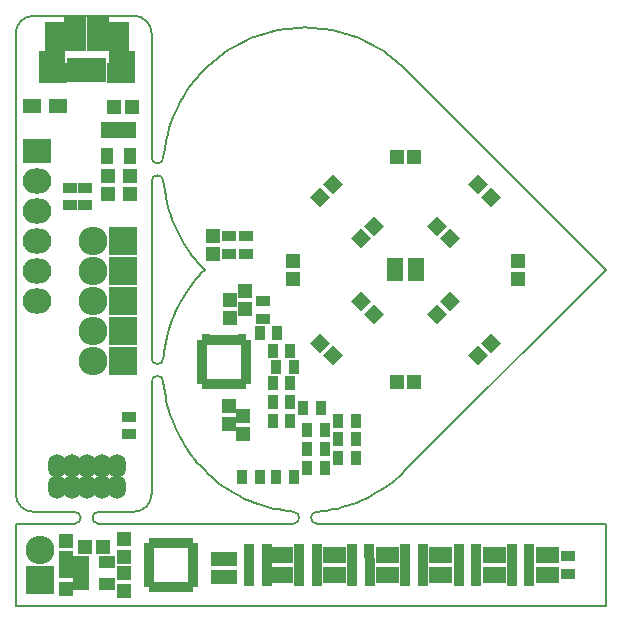
<source format=gts>
G04 #@! TF.FileFunction,Soldermask,Top*
%FSLAX46Y46*%
G04 Gerber Fmt 4.6, Leading zero omitted, Abs format (unit mm)*
G04 Created by KiCad (PCBNEW (2016-07-22 BZR 6991, Git 146a78a)-product) date Tue Jul 26 18:11:02 2016*
%MOMM*%
%LPD*%
G01*
G04 APERTURE LIST*
%ADD10C,0.100000*%
%ADD11C,0.150000*%
%ADD12R,1.300000X0.900000*%
%ADD13R,0.900000X1.300000*%
%ADD14R,1.150000X1.200000*%
%ADD15R,1.200000X1.150000*%
%ADD16R,1.460000X1.050000*%
%ADD17R,2.432000X2.432000*%
%ADD18O,2.432000X2.432000*%
%ADD19R,0.750000X0.700000*%
%ADD20R,0.950000X0.700000*%
%ADD21R,0.700000X0.750000*%
%ADD22R,0.700000X0.950000*%
%ADD23R,0.700000X0.550000*%
%ADD24R,0.550000X0.700000*%
%ADD25R,1.600000X1.300000*%
%ADD26R,2.432000X2.127200*%
%ADD27O,2.432000X2.127200*%
%ADD28R,0.798780X2.150060*%
%ADD29R,1.824940X2.899360*%
%ADD30R,2.398980X1.799540*%
%ADD31R,1.700480X2.851100*%
%ADD32R,2.226260X1.101040*%
%ADD33O,1.504800X2.012800*%
%ADD34R,1.197560X1.197560*%
%ADD35R,1.050000X1.460000*%
%ADD36R,1.450000X0.975000*%
%ADD37R,0.975000X1.450000*%
G04 APERTURE END LIST*
D10*
D11*
X38500000Y-17500000D02*
G75*
G03X37000000Y-16000000I-1500000J0D01*
G01*
X28500000Y-16000000D02*
G75*
G03X27000000Y-17500000I0J-1500000D01*
G01*
X37000000Y-58000000D02*
G75*
G03X38500000Y-56500000I0J1500000D01*
G01*
X27000000Y-56500000D02*
G75*
G03X28500000Y-58000000I1500000J0D01*
G01*
X43260000Y-54760000D02*
X43000000Y-54500000D01*
X43580000Y-55060000D02*
X43260000Y-54760000D01*
X43860000Y-55280000D02*
X43580000Y-55060000D01*
X44170000Y-55550000D02*
X43860000Y-55280000D01*
X44480000Y-55780000D02*
X44170000Y-55550000D01*
X44810000Y-55990000D02*
X44480000Y-55780000D01*
X45100000Y-56190000D02*
X44810000Y-55990000D01*
X45460000Y-56410000D02*
X45100000Y-56190000D01*
X45800000Y-56590000D02*
X45460000Y-56410000D01*
X46240000Y-56810000D02*
X45800000Y-56590000D01*
X46540000Y-56960000D02*
X46240000Y-56810000D01*
X46880000Y-57100000D02*
X46540000Y-56960000D01*
X47180000Y-57230000D02*
X46880000Y-57100000D01*
X47570000Y-57370000D02*
X47180000Y-57230000D01*
X48000000Y-57500000D02*
X47570000Y-57370000D01*
X48400000Y-57620000D02*
X48000000Y-57500000D01*
X48790000Y-57720000D02*
X48400000Y-57620000D01*
X49190000Y-57800000D02*
X48790000Y-57720000D01*
X49600000Y-57880000D02*
X49190000Y-57800000D01*
X49980000Y-57930000D02*
X49600000Y-57880000D01*
X50300000Y-57960000D02*
X49980000Y-57930000D01*
X50500000Y-58000000D02*
X50300000Y-57960000D01*
X53010000Y-57940000D02*
X52500000Y-58000000D01*
X53350000Y-57890000D02*
X53010000Y-57940000D01*
X53800000Y-57800000D02*
X53350000Y-57890000D01*
X54260000Y-57720000D02*
X53800000Y-57800000D01*
X54650000Y-57620000D02*
X54260000Y-57720000D01*
X54940000Y-57510000D02*
X54650000Y-57620000D01*
X55530000Y-57340000D02*
X54940000Y-57510000D01*
X55860000Y-57230000D02*
X55530000Y-57340000D01*
X56130000Y-57090000D02*
X55860000Y-57230000D01*
X56540000Y-56930000D02*
X56130000Y-57090000D01*
X56830000Y-56790000D02*
X56540000Y-56930000D01*
X57180000Y-56590000D02*
X56830000Y-56790000D01*
X57620000Y-56360000D02*
X57180000Y-56590000D01*
X57920000Y-56180000D02*
X57620000Y-56360000D01*
X58200000Y-55980000D02*
X57920000Y-56180000D01*
X58610000Y-55700000D02*
X58200000Y-55980000D01*
X58930000Y-55470000D02*
X58610000Y-55700000D01*
X59150000Y-55270000D02*
X58930000Y-55470000D01*
X59500000Y-54980000D02*
X59150000Y-55270000D01*
X59710000Y-54790000D02*
X59500000Y-54980000D01*
X60000000Y-54500000D02*
X59710000Y-54790000D01*
X52500000Y-59000000D02*
X77000000Y-59000000D01*
X50500000Y-59000000D02*
X34000000Y-59000000D01*
X34000000Y-58000000D02*
G75*
G03X34000000Y-59000000I0J-500000D01*
G01*
X52500000Y-58000000D02*
G75*
G03X52500000Y-59000000I0J-500000D01*
G01*
X50500000Y-59000000D02*
G75*
G03X50500000Y-58000000I0J500000D01*
G01*
X32000000Y-59000000D02*
G75*
G03X32500000Y-58500000I0J500000D01*
G01*
X32000000Y-59000000D02*
X27000000Y-59000000D01*
X77000000Y-66000000D02*
X77000000Y-59000000D01*
X27000000Y-66000000D02*
X77000000Y-66000000D01*
X27000000Y-59000000D02*
X27000000Y-66000000D01*
X38500000Y-47000000D02*
X38500000Y-56500000D01*
X38500000Y-30000000D02*
X38500000Y-45000000D01*
X42990000Y-54480000D02*
X43000000Y-54500000D01*
X42650000Y-54130000D02*
X42990000Y-54480000D01*
X42380000Y-53830000D02*
X42650000Y-54130000D01*
X42200000Y-53610000D02*
X42380000Y-53830000D01*
X41880000Y-53210000D02*
X42200000Y-53610000D01*
X41650000Y-52900000D02*
X41880000Y-53210000D01*
X41510000Y-52680000D02*
X41650000Y-52900000D01*
X41250000Y-52290000D02*
X41510000Y-52680000D01*
X41040000Y-51950000D02*
X41250000Y-52290000D01*
X40910000Y-51690000D02*
X41040000Y-51950000D01*
X40700000Y-51300000D02*
X40910000Y-51690000D01*
X40530000Y-50950000D02*
X40700000Y-51300000D01*
X40400000Y-50600000D02*
X40530000Y-50950000D01*
X40220000Y-50180000D02*
X40400000Y-50600000D01*
X40100000Y-49840000D02*
X40220000Y-50180000D01*
X40000000Y-49500000D02*
X40100000Y-49840000D01*
X39830000Y-48980000D02*
X40000000Y-49500000D01*
X39760000Y-48650000D02*
X39830000Y-48980000D01*
X39700000Y-48310000D02*
X39760000Y-48650000D01*
X39610000Y-47830000D02*
X39700000Y-48310000D01*
X39540000Y-47420000D02*
X39610000Y-47830000D01*
X39500000Y-47000000D02*
X39540000Y-47420000D01*
X39500000Y-47000000D02*
G75*
G03X38500000Y-47000000I-500000J0D01*
G01*
X38500000Y-45000000D02*
G75*
G03X39500000Y-45000000I500000J0D01*
G01*
X39540000Y-44810000D02*
X39500000Y-45000000D01*
X39580000Y-44450000D02*
X39540000Y-44810000D01*
X39640000Y-44020000D02*
X39580000Y-44450000D01*
X39710000Y-43660000D02*
X39640000Y-44020000D01*
X39800000Y-43210000D02*
X39710000Y-43660000D01*
X39900000Y-42840000D02*
X39800000Y-43210000D01*
X40000000Y-42500000D02*
X39900000Y-42840000D01*
X40150000Y-42040000D02*
X40000000Y-42500000D01*
X40260000Y-41730000D02*
X40150000Y-42040000D01*
X40400000Y-41390000D02*
X40260000Y-41730000D01*
X40600000Y-40940000D02*
X40400000Y-41390000D01*
X40750000Y-40620000D02*
X40600000Y-40940000D01*
X40910000Y-40300000D02*
X40750000Y-40620000D01*
X41160000Y-39870000D02*
X40910000Y-40300000D01*
X41300000Y-39640000D02*
X41160000Y-39870000D01*
X41550000Y-39260000D02*
X41300000Y-39640000D01*
X41800000Y-38910000D02*
X41550000Y-39260000D01*
X42020000Y-38600000D02*
X41800000Y-38910000D01*
X42260000Y-38320000D02*
X42020000Y-38600000D01*
X42520000Y-38010000D02*
X42260000Y-38320000D01*
X42710000Y-37790000D02*
X42520000Y-38010000D01*
X43000000Y-37500000D02*
X42710000Y-37790000D01*
X38500000Y-17500000D02*
X38500000Y-28000000D01*
X60000000Y-20500000D02*
G75*
G03X43000000Y-20500000I-8500000J-8500000D01*
G01*
X42650000Y-37160000D02*
X43000000Y-37500000D01*
X42440000Y-36910000D02*
X42650000Y-37160000D01*
X42200000Y-36600000D02*
X42440000Y-36910000D01*
X41960000Y-36330000D02*
X42200000Y-36600000D01*
X41780000Y-36080000D02*
X41960000Y-36330000D01*
X41510000Y-35690000D02*
X41780000Y-36080000D01*
X41280000Y-35330000D02*
X41510000Y-35690000D01*
X41080000Y-35000000D02*
X41280000Y-35330000D01*
X40900000Y-34680000D02*
X41080000Y-35000000D01*
X40710000Y-34320000D02*
X40900000Y-34680000D01*
X40550000Y-33990000D02*
X40710000Y-34320000D01*
X40400000Y-33600000D02*
X40550000Y-33990000D01*
X40260000Y-33280000D02*
X40400000Y-33600000D01*
X40120000Y-32890000D02*
X40260000Y-33280000D01*
X40000000Y-32500000D02*
X40120000Y-32890000D01*
X39820000Y-31860000D02*
X40000000Y-32500000D01*
X39700000Y-31320000D02*
X39820000Y-31860000D01*
X39600000Y-30750000D02*
X39700000Y-31320000D01*
X39500000Y-30000000D02*
X39600000Y-30750000D01*
X39600000Y-27300000D02*
X39500000Y-28000000D01*
X39720000Y-26620000D02*
X39600000Y-27300000D01*
X39860000Y-26000000D02*
X39720000Y-26620000D01*
X40000000Y-25490000D02*
X39860000Y-26000000D01*
X40170000Y-24990000D02*
X40000000Y-25490000D01*
X40400000Y-24390000D02*
X40170000Y-24990000D01*
X40730000Y-23690000D02*
X40400000Y-24390000D01*
X40910000Y-23320000D02*
X40730000Y-23690000D01*
X41240000Y-22770000D02*
X40910000Y-23320000D01*
X41540000Y-22280000D02*
X41240000Y-22770000D01*
X41770000Y-21970000D02*
X41540000Y-22280000D01*
X42170000Y-21430000D02*
X41770000Y-21970000D01*
X42330000Y-21240000D02*
X42170000Y-21430000D01*
X42610000Y-20930000D02*
X42330000Y-21240000D01*
X43000000Y-20500000D02*
X42610000Y-20930000D01*
X39500000Y-30000000D02*
G75*
G03X38500000Y-30000000I-500000J0D01*
G01*
X38500000Y-28000000D02*
G75*
G03X39500000Y-28000000I500000J0D01*
G01*
X77000000Y-37500000D02*
X60000000Y-20500000D01*
X60000000Y-54500000D02*
X77000000Y-37500000D01*
X37000000Y-58000000D02*
X34000000Y-58000000D01*
X32000000Y-58000000D02*
X28500000Y-58000000D01*
X32500000Y-58500000D02*
G75*
G03X32000000Y-58000000I-500000J0D01*
G01*
X28500000Y-16000000D02*
X37000000Y-16000000D01*
X27000000Y-56500000D02*
X27000000Y-17500000D01*
D12*
X32900000Y-30550000D03*
X32900000Y-32050000D03*
D13*
X50575000Y-55075000D03*
X49075000Y-55075000D03*
X47675000Y-55075000D03*
X46175000Y-55075000D03*
D14*
X46400000Y-40800000D03*
X46400000Y-39300000D03*
D12*
X46525000Y-34650000D03*
X46525000Y-36150000D03*
X73750000Y-61750000D03*
X73750000Y-63250000D03*
D14*
X36200000Y-63200000D03*
X36200000Y-64700000D03*
X36200000Y-61800000D03*
X36200000Y-60300000D03*
X44150000Y-63500000D03*
X44150000Y-62000000D03*
X31300000Y-60450000D03*
X31300000Y-61950000D03*
X31300000Y-64500000D03*
X31300000Y-63000000D03*
D15*
X34400000Y-60950000D03*
X32900000Y-60950000D03*
D13*
X46750000Y-61350000D03*
X48250000Y-61350000D03*
D16*
X32550000Y-62250000D03*
X32550000Y-63200000D03*
X32550000Y-64150000D03*
X34750000Y-64150000D03*
X34750000Y-62250000D03*
D17*
X29050000Y-63800000D03*
D18*
X29050000Y-61260000D03*
D14*
X45150000Y-63500000D03*
X45150000Y-62000000D03*
D13*
X51000000Y-63650000D03*
X52500000Y-63650000D03*
X69000000Y-62500000D03*
X70500000Y-62500000D03*
X46750000Y-63650000D03*
X48250000Y-63650000D03*
X70500000Y-61350000D03*
X69000000Y-61350000D03*
X46750000Y-62500000D03*
X48250000Y-62500000D03*
X55500000Y-63650000D03*
X57000000Y-63650000D03*
X60000000Y-63650000D03*
X61500000Y-63650000D03*
X51000000Y-62500000D03*
X52500000Y-62500000D03*
X55500000Y-62500000D03*
X57000000Y-62500000D03*
X52500000Y-61350000D03*
X51000000Y-61350000D03*
X56950000Y-61350000D03*
X55450000Y-61350000D03*
X64500000Y-63650000D03*
X66000000Y-63650000D03*
X69000000Y-63650000D03*
X70500000Y-63650000D03*
X60000000Y-62500000D03*
X61500000Y-62500000D03*
X64500000Y-62500000D03*
X66000000Y-62500000D03*
X61500000Y-61350000D03*
X60000000Y-61350000D03*
X66000000Y-61350000D03*
X64500000Y-61350000D03*
D19*
X42125000Y-64000000D03*
D20*
X42025000Y-63500000D03*
X42025000Y-63000000D03*
X42025000Y-62500000D03*
X42025000Y-62000000D03*
X42025000Y-61500000D03*
D19*
X42125000Y-61000000D03*
D21*
X41650000Y-60525000D03*
D22*
X41150000Y-60625000D03*
X40650000Y-60625000D03*
X40150000Y-60625000D03*
X39650000Y-60625000D03*
X39150000Y-60625000D03*
D21*
X38650000Y-60525000D03*
D19*
X38175000Y-61000000D03*
D20*
X38275000Y-61500000D03*
X38275000Y-62000000D03*
X38275000Y-62500000D03*
X38275000Y-63000000D03*
X38275000Y-63500000D03*
D19*
X38175000Y-64000000D03*
D21*
X38650000Y-64475000D03*
D22*
X39150000Y-64375000D03*
X39650000Y-64375000D03*
X40150000Y-64375000D03*
X40650000Y-64375000D03*
X41150000Y-64375000D03*
D21*
X41650000Y-64475000D03*
D23*
X41950000Y-63925000D03*
D10*
G36*
X42310000Y-63800000D02*
X42160000Y-64350000D01*
X41750000Y-64350000D01*
X41600000Y-63800000D01*
X42310000Y-63800000D01*
X42310000Y-63800000D01*
G37*
G36*
X42160000Y-60650000D02*
X42310000Y-61200000D01*
X41600000Y-61200000D01*
X41750000Y-60650000D01*
X42160000Y-60650000D01*
X42160000Y-60650000D01*
G37*
G36*
X38550000Y-60650000D02*
X38700000Y-61200000D01*
X37990000Y-61200000D01*
X38140000Y-60650000D01*
X38550000Y-60650000D01*
X38550000Y-60650000D01*
G37*
G36*
X38700000Y-63800000D02*
X38550000Y-64350000D01*
X38140000Y-64350000D01*
X37990000Y-63800000D01*
X38700000Y-63800000D01*
X38700000Y-63800000D01*
G37*
G36*
X42000000Y-60490000D02*
X42000000Y-60900000D01*
X41450000Y-61050000D01*
X41450000Y-60340000D01*
X42000000Y-60490000D01*
X42000000Y-60490000D01*
G37*
G36*
X38850000Y-60340000D02*
X38850000Y-61050000D01*
X38300000Y-60900000D01*
X38300000Y-60490000D01*
X38850000Y-60340000D01*
X38850000Y-60340000D01*
G37*
G36*
X38850000Y-63950000D02*
X38850000Y-64660000D01*
X38300000Y-64510000D01*
X38300000Y-64100000D01*
X38850000Y-63950000D01*
X38850000Y-63950000D01*
G37*
G36*
X42000000Y-64100000D02*
X42000000Y-64510000D01*
X41450000Y-64660000D01*
X41450000Y-63950000D01*
X42000000Y-64100000D01*
X42000000Y-64100000D01*
G37*
D23*
X41950000Y-61075000D03*
X38350000Y-63925000D03*
X38350000Y-61075000D03*
D24*
X41575000Y-60700000D03*
X38725000Y-60700000D03*
X38725000Y-64300000D03*
X41575000Y-64300000D03*
D17*
X36068000Y-45212000D03*
D18*
X33528000Y-45212000D03*
D17*
X36068000Y-40132000D03*
D18*
X33528000Y-40132000D03*
D17*
X36068000Y-37592000D03*
D18*
X33528000Y-37592000D03*
D25*
X28364000Y-23622000D03*
X30564000Y-23622000D03*
D26*
X28800000Y-27420000D03*
D27*
X28800000Y-29960000D03*
X28800000Y-32500000D03*
X28800000Y-35040000D03*
X28800000Y-37580000D03*
X28800000Y-40120000D03*
D12*
X36600000Y-51450000D03*
X36600000Y-49950000D03*
X31600000Y-30550000D03*
X31600000Y-32050000D03*
D28*
X34320480Y-20604480D03*
X33670240Y-20604480D03*
X33020000Y-20604480D03*
X32369760Y-20604480D03*
X31719520Y-20604480D03*
D29*
X33982660Y-17531080D03*
X32057340Y-17531080D03*
D30*
X35920680Y-20810220D03*
X30119320Y-20810220D03*
D31*
X35745420Y-17929860D03*
D32*
X36007040Y-19479260D03*
X30032960Y-19479260D03*
D31*
X30294580Y-17929860D03*
D33*
X30460000Y-54111000D03*
X31730000Y-54111000D03*
X33000000Y-54111000D03*
X34270000Y-54111000D03*
X35540000Y-54111000D03*
X30460000Y-55889000D03*
X31730000Y-55889000D03*
X33000000Y-55889000D03*
X34270000Y-55889000D03*
X35540000Y-55889000D03*
D14*
X45150000Y-41600000D03*
X45150000Y-40100000D03*
X45050000Y-49050000D03*
X45050000Y-50550000D03*
X46250000Y-49900000D03*
X46250000Y-51400000D03*
X43725000Y-34650000D03*
X43725000Y-36150000D03*
D13*
X50260000Y-44370000D03*
X48760000Y-44370000D03*
X50250000Y-48675000D03*
X48750000Y-48675000D03*
X50530000Y-45710000D03*
X49030000Y-45710000D03*
D12*
X47950000Y-40140000D03*
X47950000Y-41640000D03*
D13*
X54300000Y-51875000D03*
X55800000Y-51875000D03*
X49160000Y-42830000D03*
X47660000Y-42830000D03*
X50250000Y-50275000D03*
X48750000Y-50275000D03*
X53175000Y-54275000D03*
X51675000Y-54275000D03*
X51675000Y-51075000D03*
X53175000Y-51075000D03*
X54300000Y-50275000D03*
X55800000Y-50275000D03*
X53175000Y-52675000D03*
X51675000Y-52675000D03*
X50260000Y-47070000D03*
X48760000Y-47070000D03*
X52850000Y-49225000D03*
X51350000Y-49225000D03*
X55800000Y-53475000D03*
X54300000Y-53475000D03*
D12*
X45100000Y-34650000D03*
X45100000Y-36150000D03*
D21*
X46150000Y-43325000D03*
D22*
X45650000Y-43425000D03*
X45150000Y-43425000D03*
X44650000Y-43425000D03*
X44150000Y-43425000D03*
X43650000Y-43425000D03*
D21*
X43150000Y-43325000D03*
D19*
X42675000Y-43800000D03*
D20*
X42775000Y-44300000D03*
X42775000Y-44800000D03*
X42775000Y-45300000D03*
X42775000Y-45800000D03*
X42775000Y-46300000D03*
D19*
X42675000Y-46800000D03*
D21*
X43150000Y-47275000D03*
D22*
X43650000Y-47175000D03*
X44150000Y-47175000D03*
X44650000Y-47175000D03*
X45150000Y-47175000D03*
X45650000Y-47175000D03*
D21*
X46150000Y-47275000D03*
D19*
X46625000Y-46800000D03*
D20*
X46525000Y-46300000D03*
X46525000Y-45800000D03*
X46525000Y-45300000D03*
X46525000Y-44800000D03*
X46525000Y-44300000D03*
D19*
X46625000Y-43800000D03*
D24*
X46075000Y-43500000D03*
D10*
G36*
X45950000Y-43140000D02*
X46500000Y-43290000D01*
X46500000Y-43700000D01*
X45950000Y-43850000D01*
X45950000Y-43140000D01*
X45950000Y-43140000D01*
G37*
G36*
X42800000Y-43290000D02*
X43350000Y-43140000D01*
X43350000Y-43850000D01*
X42800000Y-43700000D01*
X42800000Y-43290000D01*
X42800000Y-43290000D01*
G37*
G36*
X42800000Y-46900000D02*
X43350000Y-46750000D01*
X43350000Y-47460000D01*
X42800000Y-47310000D01*
X42800000Y-46900000D01*
X42800000Y-46900000D01*
G37*
G36*
X45950000Y-46750000D02*
X46500000Y-46900000D01*
X46500000Y-47310000D01*
X45950000Y-47460000D01*
X45950000Y-46750000D01*
X45950000Y-46750000D01*
G37*
G36*
X42640000Y-43450000D02*
X43050000Y-43450000D01*
X43200000Y-44000000D01*
X42490000Y-44000000D01*
X42640000Y-43450000D01*
X42640000Y-43450000D01*
G37*
G36*
X42490000Y-46600000D02*
X43200000Y-46600000D01*
X43050000Y-47150000D01*
X42640000Y-47150000D01*
X42490000Y-46600000D01*
X42490000Y-46600000D01*
G37*
G36*
X46100000Y-46600000D02*
X46810000Y-46600000D01*
X46660000Y-47150000D01*
X46250000Y-47150000D01*
X46100000Y-46600000D01*
X46100000Y-46600000D01*
G37*
G36*
X46250000Y-43450000D02*
X46660000Y-43450000D01*
X46810000Y-44000000D01*
X46100000Y-44000000D01*
X46250000Y-43450000D01*
X46250000Y-43450000D01*
G37*
D24*
X43225000Y-43500000D03*
X46075000Y-47100000D03*
X43225000Y-47100000D03*
D23*
X42850000Y-43875000D03*
X42850000Y-46725000D03*
X46450000Y-46725000D03*
X46450000Y-43875000D03*
D10*
G36*
X68076638Y-31329835D02*
X67229835Y-32176638D01*
X66383032Y-31329835D01*
X67229835Y-30483032D01*
X68076638Y-31329835D01*
X68076638Y-31329835D01*
G37*
G36*
X67016968Y-30270165D02*
X66170165Y-31116968D01*
X65323362Y-30270165D01*
X66170165Y-29423362D01*
X67016968Y-30270165D01*
X67016968Y-30270165D01*
G37*
D34*
X59249720Y-28000000D03*
X60748320Y-28000000D03*
D10*
G36*
X53829835Y-29423362D02*
X54676638Y-30270165D01*
X53829835Y-31116968D01*
X52983032Y-30270165D01*
X53829835Y-29423362D01*
X53829835Y-29423362D01*
G37*
G36*
X52770165Y-30483032D02*
X53616968Y-31329835D01*
X52770165Y-32176638D01*
X51923362Y-31329835D01*
X52770165Y-30483032D01*
X52770165Y-30483032D01*
G37*
D34*
X50500000Y-36750700D03*
X50500000Y-38249300D03*
D10*
G36*
X51923362Y-43670165D02*
X52770165Y-42823362D01*
X53616968Y-43670165D01*
X52770165Y-44516968D01*
X51923362Y-43670165D01*
X51923362Y-43670165D01*
G37*
G36*
X52983032Y-44729835D02*
X53829835Y-43883032D01*
X54676638Y-44729835D01*
X53829835Y-45576638D01*
X52983032Y-44729835D01*
X52983032Y-44729835D01*
G37*
D34*
X60749300Y-47000000D03*
X59250700Y-47000000D03*
D10*
G36*
X67229835Y-42823362D02*
X68076638Y-43670165D01*
X67229835Y-44516968D01*
X66383032Y-43670165D01*
X67229835Y-42823362D01*
X67229835Y-42823362D01*
G37*
G36*
X66170165Y-43883032D02*
X67016968Y-44729835D01*
X66170165Y-45576638D01*
X65323362Y-44729835D01*
X66170165Y-43883032D01*
X66170165Y-43883032D01*
G37*
D34*
X69500000Y-36749720D03*
X69500000Y-38248320D03*
D10*
G36*
X61823362Y-33770165D02*
X62670165Y-32923362D01*
X63516968Y-33770165D01*
X62670165Y-34616968D01*
X61823362Y-33770165D01*
X61823362Y-33770165D01*
G37*
G36*
X62883032Y-34829835D02*
X63729835Y-33983032D01*
X64576638Y-34829835D01*
X63729835Y-35676638D01*
X62883032Y-34829835D01*
X62883032Y-34829835D01*
G37*
G36*
X57329835Y-32923362D02*
X58176638Y-33770165D01*
X57329835Y-34616968D01*
X56483032Y-33770165D01*
X57329835Y-32923362D01*
X57329835Y-32923362D01*
G37*
G36*
X56270165Y-33983032D02*
X57116968Y-34829835D01*
X56270165Y-35676638D01*
X55423362Y-34829835D01*
X56270165Y-33983032D01*
X56270165Y-33983032D01*
G37*
G36*
X55423362Y-40170165D02*
X56270165Y-39323362D01*
X57116968Y-40170165D01*
X56270165Y-41016968D01*
X55423362Y-40170165D01*
X55423362Y-40170165D01*
G37*
G36*
X56483032Y-41229835D02*
X57329835Y-40383032D01*
X58176638Y-41229835D01*
X57329835Y-42076638D01*
X56483032Y-41229835D01*
X56483032Y-41229835D01*
G37*
G36*
X63729835Y-39323362D02*
X64576638Y-40170165D01*
X63729835Y-41016968D01*
X62883032Y-40170165D01*
X63729835Y-39323362D01*
X63729835Y-39323362D01*
G37*
G36*
X62670165Y-40383032D02*
X63516968Y-41229835D01*
X62670165Y-42076638D01*
X61823362Y-41229835D01*
X62670165Y-40383032D01*
X62670165Y-40383032D01*
G37*
D14*
X36700000Y-29550000D03*
X36700000Y-31050000D03*
D15*
X36850000Y-23700000D03*
X35350000Y-23700000D03*
D14*
X34800000Y-29550000D03*
X34800000Y-31050000D03*
D17*
X36068000Y-42672000D03*
D18*
X33528000Y-42672000D03*
D35*
X36650000Y-25700000D03*
X35700000Y-25700000D03*
X34750000Y-25700000D03*
X34750000Y-27900000D03*
X36650000Y-27900000D03*
D17*
X36068000Y-35052000D03*
D18*
X33528000Y-35052000D03*
D36*
X60875000Y-37037500D03*
X60875000Y-37962500D03*
X59125000Y-37962500D03*
X59125000Y-37037500D03*
D37*
X49962500Y-63375000D03*
X49037500Y-63375000D03*
X49037500Y-61625000D03*
X49962500Y-61625000D03*
X54462500Y-63375000D03*
X53537500Y-63375000D03*
X53537500Y-61625000D03*
X54462500Y-61625000D03*
X58962500Y-63375000D03*
X58037500Y-63375000D03*
X58037500Y-61625000D03*
X58962500Y-61625000D03*
X63462500Y-63375000D03*
X62537500Y-63375000D03*
X62537500Y-61625000D03*
X63462500Y-61625000D03*
X67962500Y-63375000D03*
X67037500Y-63375000D03*
X67037500Y-61625000D03*
X67962500Y-61625000D03*
X72462500Y-63375000D03*
X71537500Y-63375000D03*
X71537500Y-61625000D03*
X72462500Y-61625000D03*
M02*

</source>
